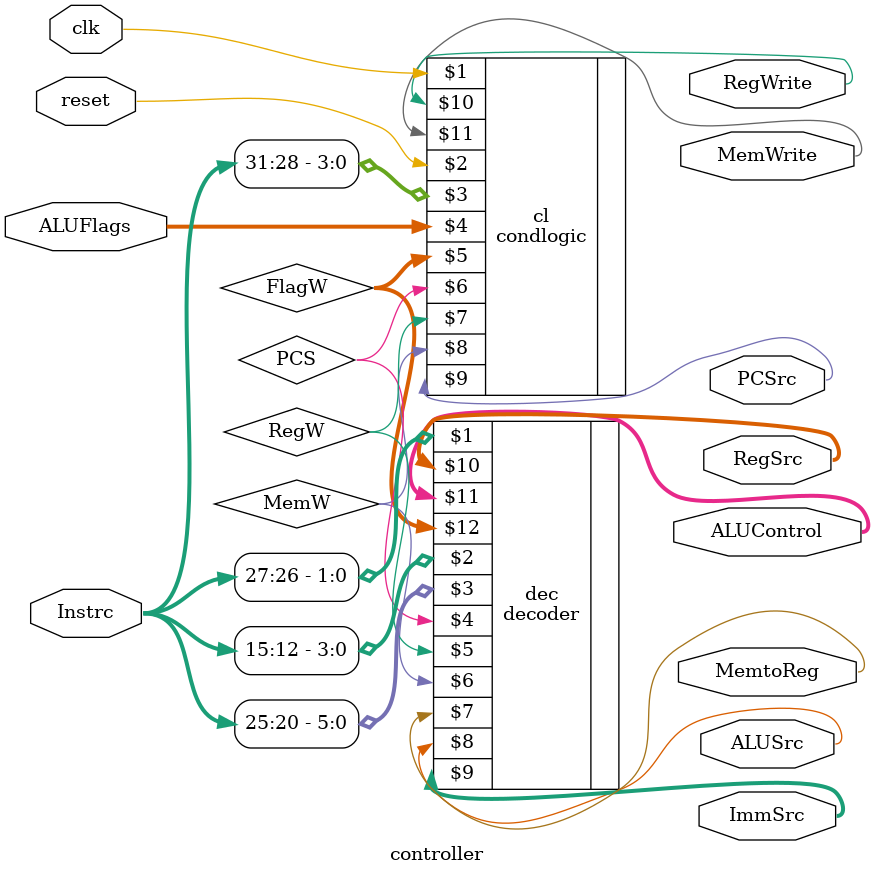
<source format=v>
`include "Decoder.v"
`include "condlogic.v"
module controller(input clk, reset,
                  input [3:0] ALUFlags,
                  input [31:12] Instrc,
                 output reg PCSrc,RegWrite,ALUSrc,MemtoReg,MemWrite,
                  output reg [1:0] RegSrc,ImmSrc,ALUControl);
  
  wire RegW,MemW,PCS;
  wire [1:0] FlagW;
  
decoder dec (Instrc[27:26] , Instrc[15:12],Instrc[25:20], PCS,RegW,MemW, MemtoReg,ALUSrc,ImmSrc,RegSrc,ALUControl,FlagW);
    
  condlogic cl( clk, reset, Instrc[31:28],ALUFlags, FlagW,PCS, RegW, MemW,
  			 PCSrc, RegWrite,MemWrite);
  
endmodule

</source>
